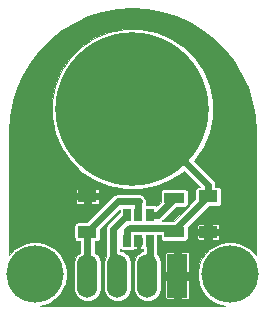
<source format=gtl>
G04 #@! TF.GenerationSoftware,KiCad,Pcbnew,5.0.2-bee76a0~70~ubuntu18.04.1*
G04 #@! TF.CreationDate,2019-03-09T17:32:09+01:00*
G04 #@! TF.ProjectId,touchsense6,746f7563-6873-4656-9e73-65362e6b6963,0_1*
G04 #@! TF.SameCoordinates,Original*
G04 #@! TF.FileFunction,Copper,L1,Top*
G04 #@! TF.FilePolarity,Positive*
%FSLAX46Y46*%
G04 Gerber Fmt 4.6, Leading zero omitted, Abs format (unit mm)*
G04 Created by KiCad (PCBNEW 5.0.2-bee76a0~70~ubuntu18.04.1) date 2019-03-09T17:32:09 CET*
%MOMM*%
%LPD*%
G01*
G04 APERTURE LIST*
G04 #@! TA.AperFunction,ComponentPad*
%ADD10C,4.850000*%
G04 #@! TD*
G04 #@! TA.AperFunction,SMDPad,CuDef*
%ADD11R,1.600000X1.000000*%
G04 #@! TD*
G04 #@! TA.AperFunction,SMDPad,CuDef*
%ADD12R,1.700000X0.900000*%
G04 #@! TD*
G04 #@! TA.AperFunction,SMDPad,CuDef*
%ADD13R,0.650000X1.060000*%
G04 #@! TD*
G04 #@! TA.AperFunction,ComponentPad*
%ADD14R,1.727200X3.700000*%
G04 #@! TD*
G04 #@! TA.AperFunction,ComponentPad*
%ADD15O,1.727200X3.700000*%
G04 #@! TD*
G04 #@! TA.AperFunction,ComponentPad*
%ADD16C,13.000000*%
G04 #@! TD*
G04 #@! TA.AperFunction,Conductor*
%ADD17C,0.600000*%
G04 #@! TD*
G04 #@! TA.AperFunction,Conductor*
%ADD18C,0.100000*%
G04 #@! TD*
G04 APERTURE END LIST*
D10*
G04 #@! TO.P,S1,1*
G04 #@! TO.N,N/C*
X29845000Y-43180000D03*
G04 #@! TD*
D11*
G04 #@! TO.P,C1,1*
G04 #@! TO.N,Net-(C1-Pad1)*
X44513500Y-36600000D03*
G04 #@! TO.P,C1,2*
G04 #@! TO.N,GND*
X44513500Y-39600000D03*
G04 #@! TD*
G04 #@! TO.P,C2,1*
G04 #@! TO.N,VCC*
X34290000Y-39600000D03*
G04 #@! TO.P,C2,2*
G04 #@! TO.N,GND*
X34290000Y-36600000D03*
G04 #@! TD*
D12*
G04 #@! TO.P,R1,1*
G04 #@! TO.N,Net-(C1-Pad1)*
X41656000Y-39613500D03*
G04 #@! TO.P,R1,2*
G04 #@! TO.N,Net-(R1-Pad2)*
X41656000Y-36713500D03*
G04 #@! TD*
D13*
G04 #@! TO.P,U1,1*
G04 #@! TO.N,Net-(C1-Pad1)*
X37658000Y-40343000D03*
G04 #@! TO.P,U1,2*
G04 #@! TO.N,GND*
X38608000Y-40343000D03*
G04 #@! TO.P,U1,3*
G04 #@! TO.N,Net-(P1-Pad2)*
X39558000Y-40343000D03*
G04 #@! TO.P,U1,4*
G04 #@! TO.N,Net-(R1-Pad2)*
X39558000Y-38143000D03*
G04 #@! TO.P,U1,6*
G04 #@! TO.N,Net-(P1-Pad3)*
X37658000Y-38143000D03*
G04 #@! TO.P,U1,5*
G04 #@! TO.N,VCC*
X38608000Y-38143000D03*
G04 #@! TD*
D10*
G04 #@! TO.P,S1,1*
G04 #@! TO.N,N/C*
X46355000Y-43180000D03*
G04 #@! TD*
D14*
G04 #@! TO.P,P1,1*
G04 #@! TO.N,GND*
X41910000Y-43315000D03*
D15*
G04 #@! TO.P,P1,2*
G04 #@! TO.N,Net-(P1-Pad2)*
X39370000Y-43315000D03*
G04 #@! TO.P,P1,3*
G04 #@! TO.N,Net-(P1-Pad3)*
X36830000Y-43315000D03*
G04 #@! TO.P,P1,4*
G04 #@! TO.N,VCC*
X34290000Y-43315000D03*
G04 #@! TD*
D16*
G04 #@! TO.P,P2,1*
G04 #@! TO.N,Net-(C1-Pad1)*
X38100000Y-29210000D03*
G04 #@! TD*
D17*
G04 #@! TO.N,Net-(C1-Pad1)*
X44513500Y-36600000D02*
X44513500Y-35623500D01*
X44513500Y-35623500D02*
X38100000Y-29210000D01*
X41656000Y-39613500D02*
X41656000Y-39457500D01*
X41656000Y-39457500D02*
X44513500Y-36600000D01*
X41697780Y-39260780D02*
X41973500Y-39536500D01*
X37635000Y-39479598D02*
X37853818Y-39260780D01*
X37853818Y-39260780D02*
X41697780Y-39260780D01*
X37635000Y-40320000D02*
X37635000Y-39479598D01*
G04 #@! TO.N,VCC*
X34290000Y-43815000D02*
X34290000Y-39600000D01*
X38608000Y-37013000D02*
X38613080Y-37007920D01*
X38608000Y-38143000D02*
X38608000Y-37013000D01*
X36882080Y-37007920D02*
X34290000Y-39600000D01*
X38613080Y-37007920D02*
X36882080Y-37007920D01*
G04 #@! TO.N,Net-(P1-Pad2)*
X39560500Y-42799000D02*
X39558000Y-40343000D01*
G04 #@! TO.N,Net-(P1-Pad3)*
X37658000Y-38143000D02*
X36465000Y-39336000D01*
X36465000Y-43450000D02*
X36830000Y-43815000D01*
X36465000Y-39336000D02*
X36465000Y-43450000D01*
G04 #@! TO.N,Net-(R1-Pad2)*
X39558000Y-38143000D02*
X40290000Y-38143000D01*
X40290000Y-38143000D02*
X41656000Y-36713500D01*
G04 #@! TD*
D18*
G04 #@! TO.N,GND*
G36*
X39354756Y-20746280D02*
X40591330Y-20972119D01*
X41791824Y-21344883D01*
X42938832Y-21859166D01*
X44015749Y-22507523D01*
X45006985Y-23280569D01*
X45898160Y-24167090D01*
X46676381Y-25154258D01*
X47330371Y-26227773D01*
X47850655Y-27372076D01*
X48229697Y-28570596D01*
X48462007Y-29805971D01*
X48544882Y-31070396D01*
X48545001Y-31115862D01*
X48555549Y-41568483D01*
X48471646Y-41442914D01*
X48092086Y-41063354D01*
X47645771Y-40765136D01*
X47149853Y-40559720D01*
X46623389Y-40455000D01*
X46086611Y-40455000D01*
X45560147Y-40559720D01*
X45064229Y-40765136D01*
X44617914Y-41063354D01*
X44238354Y-41442914D01*
X43940136Y-41889229D01*
X43734720Y-42385147D01*
X43630000Y-42911611D01*
X43630000Y-43448389D01*
X43734720Y-43974853D01*
X43940136Y-44470771D01*
X44238354Y-44917086D01*
X44617914Y-45296646D01*
X45064229Y-45594864D01*
X45560147Y-45800280D01*
X45910654Y-45870000D01*
X30289346Y-45870000D01*
X30639853Y-45800280D01*
X31135771Y-45594864D01*
X31582086Y-45296646D01*
X31961646Y-44917086D01*
X32259864Y-44470771D01*
X32465280Y-43974853D01*
X32570000Y-43448389D01*
X32570000Y-42911611D01*
X32465280Y-42385147D01*
X32259864Y-41889229D01*
X31961646Y-41442914D01*
X31582086Y-41063354D01*
X31135771Y-40765136D01*
X30639853Y-40559720D01*
X30113389Y-40455000D01*
X29576611Y-40455000D01*
X29050147Y-40559720D01*
X28554229Y-40765136D01*
X28107914Y-41063354D01*
X27728354Y-41442914D01*
X27647972Y-41563214D01*
X27651116Y-36888500D01*
X33336000Y-36888500D01*
X33336000Y-37115168D01*
X33341918Y-37144920D01*
X33353527Y-37172947D01*
X33370381Y-37198170D01*
X33391831Y-37219620D01*
X33417054Y-37236473D01*
X33445080Y-37248082D01*
X33474833Y-37254000D01*
X33931500Y-37254000D01*
X33970000Y-37215500D01*
X33970000Y-36850000D01*
X34610000Y-36850000D01*
X34610000Y-37215500D01*
X34648500Y-37254000D01*
X35105167Y-37254000D01*
X35134920Y-37248082D01*
X35162946Y-37236473D01*
X35188169Y-37219620D01*
X35209619Y-37198170D01*
X35226473Y-37172947D01*
X35238082Y-37144920D01*
X35244000Y-37115168D01*
X35244000Y-36888500D01*
X35205500Y-36850000D01*
X34610000Y-36850000D01*
X33970000Y-36850000D01*
X33374500Y-36850000D01*
X33336000Y-36888500D01*
X27651116Y-36888500D01*
X27651656Y-36084832D01*
X33336000Y-36084832D01*
X33336000Y-36311500D01*
X33374500Y-36350000D01*
X33970000Y-36350000D01*
X33970000Y-35984500D01*
X34610000Y-35984500D01*
X34610000Y-36350000D01*
X35205500Y-36350000D01*
X35244000Y-36311500D01*
X35244000Y-36084832D01*
X35238082Y-36055080D01*
X35226473Y-36027053D01*
X35209619Y-36001830D01*
X35188169Y-35980380D01*
X35162946Y-35963527D01*
X35134920Y-35951918D01*
X35105167Y-35946000D01*
X34648500Y-35946000D01*
X34610000Y-35984500D01*
X33970000Y-35984500D01*
X33931500Y-35946000D01*
X33474833Y-35946000D01*
X33445080Y-35951918D01*
X33417054Y-35963527D01*
X33391831Y-35980380D01*
X33370381Y-36001830D01*
X33353527Y-36027053D01*
X33341918Y-36055080D01*
X33336000Y-36084832D01*
X27651656Y-36084832D01*
X27654992Y-31125671D01*
X27731280Y-29860244D01*
X27957119Y-28623670D01*
X27983019Y-28540258D01*
X31300000Y-28540258D01*
X31300000Y-29879742D01*
X31561320Y-31193487D01*
X32073918Y-32431008D01*
X32818095Y-33544747D01*
X33765253Y-34491905D01*
X34878992Y-35236082D01*
X36116513Y-35748680D01*
X37430258Y-36010000D01*
X38769742Y-36010000D01*
X40083487Y-35748680D01*
X41321008Y-35236082D01*
X42434747Y-34491905D01*
X42484062Y-34442590D01*
X43840021Y-35798549D01*
X43713500Y-35798549D01*
X43654690Y-35804341D01*
X43598140Y-35821496D01*
X43546023Y-35849353D01*
X43500342Y-35886842D01*
X43462853Y-35932523D01*
X43434996Y-35984640D01*
X43417841Y-36041190D01*
X43412049Y-36100000D01*
X43412049Y-36852923D01*
X41604193Y-38660780D01*
X40594115Y-38660780D01*
X40624955Y-38644296D01*
X40630273Y-38639932D01*
X40636252Y-38636559D01*
X40675866Y-38602514D01*
X40716317Y-38569317D01*
X40739444Y-38541137D01*
X41767825Y-37464951D01*
X42506000Y-37464951D01*
X42564810Y-37459159D01*
X42621360Y-37442004D01*
X42673477Y-37414147D01*
X42719158Y-37376658D01*
X42756647Y-37330977D01*
X42784504Y-37278860D01*
X42801659Y-37222310D01*
X42807451Y-37163500D01*
X42807451Y-36263500D01*
X42801659Y-36204690D01*
X42784504Y-36148140D01*
X42756647Y-36096023D01*
X42719158Y-36050342D01*
X42673477Y-36012853D01*
X42621360Y-35984996D01*
X42564810Y-35967841D01*
X42506000Y-35962049D01*
X40806000Y-35962049D01*
X40747190Y-35967841D01*
X40690640Y-35984996D01*
X40638523Y-36012853D01*
X40592842Y-36050342D01*
X40555353Y-36096023D01*
X40527496Y-36148140D01*
X40510341Y-36204690D01*
X40504549Y-36263500D01*
X40504549Y-37050004D01*
X40130391Y-37441556D01*
X40096158Y-37399842D01*
X40050477Y-37362353D01*
X39998360Y-37334496D01*
X39941810Y-37317341D01*
X39883000Y-37311549D01*
X39233000Y-37311549D01*
X39208000Y-37314011D01*
X39208000Y-37088970D01*
X39215983Y-37007920D01*
X39204398Y-36890299D01*
X39170090Y-36777199D01*
X39114376Y-36672965D01*
X39039397Y-36581603D01*
X38948035Y-36506624D01*
X38843801Y-36450910D01*
X38730701Y-36416602D01*
X38642554Y-36407920D01*
X38642553Y-36407920D01*
X38613079Y-36405017D01*
X38583606Y-36407920D01*
X36911554Y-36407920D01*
X36882080Y-36405017D01*
X36852606Y-36407920D01*
X36764459Y-36416602D01*
X36651359Y-36450910D01*
X36547125Y-36506624D01*
X36455763Y-36581603D01*
X36436971Y-36604501D01*
X34242924Y-38798549D01*
X33490000Y-38798549D01*
X33431190Y-38804341D01*
X33374640Y-38821496D01*
X33322523Y-38849353D01*
X33276842Y-38886842D01*
X33239353Y-38932523D01*
X33211496Y-38984640D01*
X33194341Y-39041190D01*
X33188549Y-39100000D01*
X33188549Y-40100000D01*
X33194341Y-40158810D01*
X33211496Y-40215360D01*
X33239353Y-40267477D01*
X33276842Y-40313158D01*
X33322523Y-40350647D01*
X33374640Y-40378504D01*
X33431190Y-40395659D01*
X33490000Y-40401451D01*
X33690001Y-40401451D01*
X33690001Y-41329915D01*
X33640412Y-41356421D01*
X33463231Y-41501830D01*
X33317822Y-41679011D01*
X33209773Y-41881155D01*
X33143237Y-42100495D01*
X33126401Y-42271437D01*
X33126400Y-44358562D01*
X33143236Y-44529504D01*
X33209772Y-44748844D01*
X33317821Y-44950988D01*
X33463230Y-45128170D01*
X33640411Y-45273579D01*
X33842555Y-45381628D01*
X34061895Y-45448164D01*
X34290000Y-45470630D01*
X34518104Y-45448164D01*
X34737444Y-45381628D01*
X34939588Y-45273579D01*
X35116770Y-45128170D01*
X35262179Y-44950989D01*
X35370228Y-44748845D01*
X35436764Y-44529505D01*
X35453600Y-44358563D01*
X35453600Y-42271437D01*
X35436764Y-42100495D01*
X35370228Y-41881155D01*
X35262179Y-41679011D01*
X35116770Y-41501830D01*
X34939589Y-41356421D01*
X34890000Y-41329915D01*
X34890000Y-40401451D01*
X35090000Y-40401451D01*
X35148810Y-40395659D01*
X35205360Y-40378504D01*
X35257477Y-40350647D01*
X35303158Y-40313158D01*
X35340647Y-40267477D01*
X35368504Y-40215360D01*
X35385659Y-40158810D01*
X35391451Y-40100000D01*
X35391451Y-39347076D01*
X37031549Y-37706979D01*
X37031549Y-37920923D01*
X36061586Y-38890887D01*
X36038683Y-38909683D01*
X35963704Y-39001046D01*
X35907990Y-39105280D01*
X35873682Y-39218379D01*
X35873682Y-39218380D01*
X35862097Y-39336000D01*
X35865000Y-39365474D01*
X35865001Y-41670264D01*
X35857822Y-41679011D01*
X35749773Y-41881155D01*
X35683237Y-42100495D01*
X35666401Y-42271437D01*
X35666400Y-44358562D01*
X35683236Y-44529504D01*
X35749772Y-44748844D01*
X35857821Y-44950988D01*
X36003230Y-45128170D01*
X36180411Y-45273579D01*
X36382555Y-45381628D01*
X36601895Y-45448164D01*
X36830000Y-45470630D01*
X37058104Y-45448164D01*
X37277444Y-45381628D01*
X37479588Y-45273579D01*
X37656770Y-45128170D01*
X37802179Y-44950989D01*
X37910228Y-44748845D01*
X37976764Y-44529505D01*
X37993600Y-44358563D01*
X37993600Y-42271437D01*
X37976764Y-42100495D01*
X37910228Y-41881155D01*
X37802179Y-41679011D01*
X37656770Y-41501830D01*
X37479589Y-41356421D01*
X37277445Y-41248372D01*
X37065000Y-41183928D01*
X37065000Y-41008012D01*
X37082353Y-41040477D01*
X37119842Y-41086158D01*
X37165523Y-41123647D01*
X37217640Y-41151504D01*
X37274190Y-41168659D01*
X37333000Y-41174451D01*
X37983000Y-41174451D01*
X38041810Y-41168659D01*
X38098360Y-41151504D01*
X38150477Y-41123647D01*
X38196158Y-41086158D01*
X38233647Y-41040477D01*
X38243444Y-41022149D01*
X38267833Y-41027000D01*
X38407000Y-41027000D01*
X38445500Y-40988500D01*
X38445500Y-40608000D01*
X38284451Y-40608000D01*
X38284451Y-40078000D01*
X38445500Y-40078000D01*
X38445500Y-40003000D01*
X38770500Y-40003000D01*
X38770500Y-40078000D01*
X38931549Y-40078000D01*
X38931549Y-40608000D01*
X38770500Y-40608000D01*
X38770500Y-40988500D01*
X38809000Y-41027000D01*
X38948167Y-41027000D01*
X38958695Y-41024906D01*
X38958911Y-41237344D01*
X38922556Y-41248372D01*
X38720412Y-41356421D01*
X38543231Y-41501830D01*
X38397822Y-41679011D01*
X38289773Y-41881155D01*
X38223237Y-42100495D01*
X38206401Y-42271437D01*
X38206400Y-44358562D01*
X38223236Y-44529504D01*
X38289772Y-44748844D01*
X38397821Y-44950988D01*
X38543230Y-45128170D01*
X38720411Y-45273579D01*
X38922555Y-45381628D01*
X39141895Y-45448164D01*
X39370000Y-45470630D01*
X39598104Y-45448164D01*
X39817444Y-45381628D01*
X40019588Y-45273579D01*
X40196770Y-45128170D01*
X40342179Y-44950989D01*
X40450228Y-44748845D01*
X40516764Y-44529505D01*
X40533600Y-44358563D01*
X40533600Y-43673500D01*
X40892400Y-43673500D01*
X40892400Y-45180168D01*
X40898318Y-45209920D01*
X40909927Y-45237947D01*
X40926781Y-45263170D01*
X40948231Y-45284620D01*
X40973454Y-45301473D01*
X41001480Y-45313082D01*
X41031233Y-45319000D01*
X41551500Y-45319000D01*
X41590000Y-45280500D01*
X41590000Y-43635000D01*
X42230000Y-43635000D01*
X42230000Y-45280500D01*
X42268500Y-45319000D01*
X42788767Y-45319000D01*
X42818520Y-45313082D01*
X42846546Y-45301473D01*
X42871769Y-45284620D01*
X42893219Y-45263170D01*
X42910073Y-45237947D01*
X42921682Y-45209920D01*
X42927600Y-45180168D01*
X42927600Y-43673500D01*
X42889100Y-43635000D01*
X42230000Y-43635000D01*
X41590000Y-43635000D01*
X40930900Y-43635000D01*
X40892400Y-43673500D01*
X40533600Y-43673500D01*
X40533600Y-42271437D01*
X40516764Y-42100495D01*
X40450228Y-41881155D01*
X40342179Y-41679011D01*
X40196770Y-41501830D01*
X40159148Y-41470954D01*
X40159127Y-41449832D01*
X40892400Y-41449832D01*
X40892400Y-42956500D01*
X40930900Y-42995000D01*
X41590000Y-42995000D01*
X41590000Y-41349500D01*
X42230000Y-41349500D01*
X42230000Y-42995000D01*
X42889100Y-42995000D01*
X42927600Y-42956500D01*
X42927600Y-41449832D01*
X42921682Y-41420080D01*
X42910073Y-41392053D01*
X42893219Y-41366830D01*
X42871769Y-41345380D01*
X42846546Y-41328527D01*
X42818520Y-41316918D01*
X42788767Y-41311000D01*
X42268500Y-41311000D01*
X42230000Y-41349500D01*
X41590000Y-41349500D01*
X41551500Y-41311000D01*
X41031233Y-41311000D01*
X41001480Y-41316918D01*
X40973454Y-41328527D01*
X40948231Y-41345380D01*
X40926781Y-41366830D01*
X40909927Y-41392053D01*
X40898318Y-41420080D01*
X40892400Y-41449832D01*
X40159127Y-41449832D01*
X40158662Y-40993677D01*
X40161504Y-40988360D01*
X40178659Y-40931810D01*
X40184451Y-40873000D01*
X40184451Y-39860780D01*
X40504549Y-39860780D01*
X40504549Y-40063500D01*
X40510341Y-40122310D01*
X40527496Y-40178860D01*
X40555353Y-40230977D01*
X40592842Y-40276658D01*
X40638523Y-40314147D01*
X40690640Y-40342004D01*
X40747190Y-40359159D01*
X40806000Y-40364951D01*
X42506000Y-40364951D01*
X42564810Y-40359159D01*
X42621360Y-40342004D01*
X42673477Y-40314147D01*
X42719158Y-40276658D01*
X42756647Y-40230977D01*
X42784504Y-40178860D01*
X42801659Y-40122310D01*
X42807451Y-40063500D01*
X42807451Y-39888500D01*
X43559500Y-39888500D01*
X43559500Y-40115168D01*
X43565418Y-40144920D01*
X43577027Y-40172947D01*
X43593881Y-40198170D01*
X43615331Y-40219620D01*
X43640554Y-40236473D01*
X43668580Y-40248082D01*
X43698333Y-40254000D01*
X44155000Y-40254000D01*
X44193500Y-40215500D01*
X44193500Y-39850000D01*
X44833500Y-39850000D01*
X44833500Y-40215500D01*
X44872000Y-40254000D01*
X45328667Y-40254000D01*
X45358420Y-40248082D01*
X45386446Y-40236473D01*
X45411669Y-40219620D01*
X45433119Y-40198170D01*
X45449973Y-40172947D01*
X45461582Y-40144920D01*
X45467500Y-40115168D01*
X45467500Y-39888500D01*
X45429000Y-39850000D01*
X44833500Y-39850000D01*
X44193500Y-39850000D01*
X43598000Y-39850000D01*
X43559500Y-39888500D01*
X42807451Y-39888500D01*
X42807451Y-39163500D01*
X42806651Y-39155376D01*
X42877195Y-39084832D01*
X43559500Y-39084832D01*
X43559500Y-39311500D01*
X43598000Y-39350000D01*
X44193500Y-39350000D01*
X44193500Y-38984500D01*
X44833500Y-38984500D01*
X44833500Y-39350000D01*
X45429000Y-39350000D01*
X45467500Y-39311500D01*
X45467500Y-39084832D01*
X45461582Y-39055080D01*
X45449973Y-39027053D01*
X45433119Y-39001830D01*
X45411669Y-38980380D01*
X45386446Y-38963527D01*
X45358420Y-38951918D01*
X45328667Y-38946000D01*
X44872000Y-38946000D01*
X44833500Y-38984500D01*
X44193500Y-38984500D01*
X44155000Y-38946000D01*
X43698333Y-38946000D01*
X43668580Y-38951918D01*
X43640554Y-38963527D01*
X43615331Y-38980380D01*
X43593881Y-39001830D01*
X43577027Y-39027053D01*
X43565418Y-39055080D01*
X43559500Y-39084832D01*
X42877195Y-39084832D01*
X44560577Y-37401451D01*
X45313500Y-37401451D01*
X45372310Y-37395659D01*
X45428860Y-37378504D01*
X45480977Y-37350647D01*
X45526658Y-37313158D01*
X45564147Y-37267477D01*
X45592004Y-37215360D01*
X45609159Y-37158810D01*
X45614951Y-37100000D01*
X45614951Y-36100000D01*
X45609159Y-36041190D01*
X45592004Y-35984640D01*
X45564147Y-35932523D01*
X45526658Y-35886842D01*
X45480977Y-35849353D01*
X45428860Y-35821496D01*
X45372310Y-35804341D01*
X45313500Y-35798549D01*
X45113500Y-35798549D01*
X45113500Y-35652974D01*
X45116403Y-35623500D01*
X45104818Y-35505879D01*
X45070510Y-35392779D01*
X45014796Y-35288545D01*
X44939817Y-35197183D01*
X44916919Y-35178391D01*
X43332590Y-33594062D01*
X43381905Y-33544747D01*
X44126082Y-32431008D01*
X44638680Y-31193487D01*
X44900000Y-29879742D01*
X44900000Y-28540258D01*
X44638680Y-27226513D01*
X44126082Y-25988992D01*
X43381905Y-24875253D01*
X42434747Y-23928095D01*
X41321008Y-23183918D01*
X40083487Y-22671320D01*
X38769742Y-22410000D01*
X37430258Y-22410000D01*
X36116513Y-22671320D01*
X34878992Y-23183918D01*
X33765253Y-23928095D01*
X32818095Y-24875253D01*
X32073918Y-25988992D01*
X31561320Y-27226513D01*
X31300000Y-28540258D01*
X27983019Y-28540258D01*
X28329883Y-27423176D01*
X28844166Y-26276168D01*
X29492523Y-25199251D01*
X30265569Y-24208015D01*
X31152090Y-23316840D01*
X32139258Y-22538619D01*
X33212773Y-21884629D01*
X34357076Y-21364345D01*
X35555596Y-20985303D01*
X36790971Y-20752993D01*
X38055396Y-20670118D01*
X38089916Y-20670028D01*
X39354756Y-20746280D01*
X39354756Y-20746280D01*
G37*
X39354756Y-20746280D02*
X40591330Y-20972119D01*
X41791824Y-21344883D01*
X42938832Y-21859166D01*
X44015749Y-22507523D01*
X45006985Y-23280569D01*
X45898160Y-24167090D01*
X46676381Y-25154258D01*
X47330371Y-26227773D01*
X47850655Y-27372076D01*
X48229697Y-28570596D01*
X48462007Y-29805971D01*
X48544882Y-31070396D01*
X48545001Y-31115862D01*
X48555549Y-41568483D01*
X48471646Y-41442914D01*
X48092086Y-41063354D01*
X47645771Y-40765136D01*
X47149853Y-40559720D01*
X46623389Y-40455000D01*
X46086611Y-40455000D01*
X45560147Y-40559720D01*
X45064229Y-40765136D01*
X44617914Y-41063354D01*
X44238354Y-41442914D01*
X43940136Y-41889229D01*
X43734720Y-42385147D01*
X43630000Y-42911611D01*
X43630000Y-43448389D01*
X43734720Y-43974853D01*
X43940136Y-44470771D01*
X44238354Y-44917086D01*
X44617914Y-45296646D01*
X45064229Y-45594864D01*
X45560147Y-45800280D01*
X45910654Y-45870000D01*
X30289346Y-45870000D01*
X30639853Y-45800280D01*
X31135771Y-45594864D01*
X31582086Y-45296646D01*
X31961646Y-44917086D01*
X32259864Y-44470771D01*
X32465280Y-43974853D01*
X32570000Y-43448389D01*
X32570000Y-42911611D01*
X32465280Y-42385147D01*
X32259864Y-41889229D01*
X31961646Y-41442914D01*
X31582086Y-41063354D01*
X31135771Y-40765136D01*
X30639853Y-40559720D01*
X30113389Y-40455000D01*
X29576611Y-40455000D01*
X29050147Y-40559720D01*
X28554229Y-40765136D01*
X28107914Y-41063354D01*
X27728354Y-41442914D01*
X27647972Y-41563214D01*
X27651116Y-36888500D01*
X33336000Y-36888500D01*
X33336000Y-37115168D01*
X33341918Y-37144920D01*
X33353527Y-37172947D01*
X33370381Y-37198170D01*
X33391831Y-37219620D01*
X33417054Y-37236473D01*
X33445080Y-37248082D01*
X33474833Y-37254000D01*
X33931500Y-37254000D01*
X33970000Y-37215500D01*
X33970000Y-36850000D01*
X34610000Y-36850000D01*
X34610000Y-37215500D01*
X34648500Y-37254000D01*
X35105167Y-37254000D01*
X35134920Y-37248082D01*
X35162946Y-37236473D01*
X35188169Y-37219620D01*
X35209619Y-37198170D01*
X35226473Y-37172947D01*
X35238082Y-37144920D01*
X35244000Y-37115168D01*
X35244000Y-36888500D01*
X35205500Y-36850000D01*
X34610000Y-36850000D01*
X33970000Y-36850000D01*
X33374500Y-36850000D01*
X33336000Y-36888500D01*
X27651116Y-36888500D01*
X27651656Y-36084832D01*
X33336000Y-36084832D01*
X33336000Y-36311500D01*
X33374500Y-36350000D01*
X33970000Y-36350000D01*
X33970000Y-35984500D01*
X34610000Y-35984500D01*
X34610000Y-36350000D01*
X35205500Y-36350000D01*
X35244000Y-36311500D01*
X35244000Y-36084832D01*
X35238082Y-36055080D01*
X35226473Y-36027053D01*
X35209619Y-36001830D01*
X35188169Y-35980380D01*
X35162946Y-35963527D01*
X35134920Y-35951918D01*
X35105167Y-35946000D01*
X34648500Y-35946000D01*
X34610000Y-35984500D01*
X33970000Y-35984500D01*
X33931500Y-35946000D01*
X33474833Y-35946000D01*
X33445080Y-35951918D01*
X33417054Y-35963527D01*
X33391831Y-35980380D01*
X33370381Y-36001830D01*
X33353527Y-36027053D01*
X33341918Y-36055080D01*
X33336000Y-36084832D01*
X27651656Y-36084832D01*
X27654992Y-31125671D01*
X27731280Y-29860244D01*
X27957119Y-28623670D01*
X27983019Y-28540258D01*
X31300000Y-28540258D01*
X31300000Y-29879742D01*
X31561320Y-31193487D01*
X32073918Y-32431008D01*
X32818095Y-33544747D01*
X33765253Y-34491905D01*
X34878992Y-35236082D01*
X36116513Y-35748680D01*
X37430258Y-36010000D01*
X38769742Y-36010000D01*
X40083487Y-35748680D01*
X41321008Y-35236082D01*
X42434747Y-34491905D01*
X42484062Y-34442590D01*
X43840021Y-35798549D01*
X43713500Y-35798549D01*
X43654690Y-35804341D01*
X43598140Y-35821496D01*
X43546023Y-35849353D01*
X43500342Y-35886842D01*
X43462853Y-35932523D01*
X43434996Y-35984640D01*
X43417841Y-36041190D01*
X43412049Y-36100000D01*
X43412049Y-36852923D01*
X41604193Y-38660780D01*
X40594115Y-38660780D01*
X40624955Y-38644296D01*
X40630273Y-38639932D01*
X40636252Y-38636559D01*
X40675866Y-38602514D01*
X40716317Y-38569317D01*
X40739444Y-38541137D01*
X41767825Y-37464951D01*
X42506000Y-37464951D01*
X42564810Y-37459159D01*
X42621360Y-37442004D01*
X42673477Y-37414147D01*
X42719158Y-37376658D01*
X42756647Y-37330977D01*
X42784504Y-37278860D01*
X42801659Y-37222310D01*
X42807451Y-37163500D01*
X42807451Y-36263500D01*
X42801659Y-36204690D01*
X42784504Y-36148140D01*
X42756647Y-36096023D01*
X42719158Y-36050342D01*
X42673477Y-36012853D01*
X42621360Y-35984996D01*
X42564810Y-35967841D01*
X42506000Y-35962049D01*
X40806000Y-35962049D01*
X40747190Y-35967841D01*
X40690640Y-35984996D01*
X40638523Y-36012853D01*
X40592842Y-36050342D01*
X40555353Y-36096023D01*
X40527496Y-36148140D01*
X40510341Y-36204690D01*
X40504549Y-36263500D01*
X40504549Y-37050004D01*
X40130391Y-37441556D01*
X40096158Y-37399842D01*
X40050477Y-37362353D01*
X39998360Y-37334496D01*
X39941810Y-37317341D01*
X39883000Y-37311549D01*
X39233000Y-37311549D01*
X39208000Y-37314011D01*
X39208000Y-37088970D01*
X39215983Y-37007920D01*
X39204398Y-36890299D01*
X39170090Y-36777199D01*
X39114376Y-36672965D01*
X39039397Y-36581603D01*
X38948035Y-36506624D01*
X38843801Y-36450910D01*
X38730701Y-36416602D01*
X38642554Y-36407920D01*
X38642553Y-36407920D01*
X38613079Y-36405017D01*
X38583606Y-36407920D01*
X36911554Y-36407920D01*
X36882080Y-36405017D01*
X36852606Y-36407920D01*
X36764459Y-36416602D01*
X36651359Y-36450910D01*
X36547125Y-36506624D01*
X36455763Y-36581603D01*
X36436971Y-36604501D01*
X34242924Y-38798549D01*
X33490000Y-38798549D01*
X33431190Y-38804341D01*
X33374640Y-38821496D01*
X33322523Y-38849353D01*
X33276842Y-38886842D01*
X33239353Y-38932523D01*
X33211496Y-38984640D01*
X33194341Y-39041190D01*
X33188549Y-39100000D01*
X33188549Y-40100000D01*
X33194341Y-40158810D01*
X33211496Y-40215360D01*
X33239353Y-40267477D01*
X33276842Y-40313158D01*
X33322523Y-40350647D01*
X33374640Y-40378504D01*
X33431190Y-40395659D01*
X33490000Y-40401451D01*
X33690001Y-40401451D01*
X33690001Y-41329915D01*
X33640412Y-41356421D01*
X33463231Y-41501830D01*
X33317822Y-41679011D01*
X33209773Y-41881155D01*
X33143237Y-42100495D01*
X33126401Y-42271437D01*
X33126400Y-44358562D01*
X33143236Y-44529504D01*
X33209772Y-44748844D01*
X33317821Y-44950988D01*
X33463230Y-45128170D01*
X33640411Y-45273579D01*
X33842555Y-45381628D01*
X34061895Y-45448164D01*
X34290000Y-45470630D01*
X34518104Y-45448164D01*
X34737444Y-45381628D01*
X34939588Y-45273579D01*
X35116770Y-45128170D01*
X35262179Y-44950989D01*
X35370228Y-44748845D01*
X35436764Y-44529505D01*
X35453600Y-44358563D01*
X35453600Y-42271437D01*
X35436764Y-42100495D01*
X35370228Y-41881155D01*
X35262179Y-41679011D01*
X35116770Y-41501830D01*
X34939589Y-41356421D01*
X34890000Y-41329915D01*
X34890000Y-40401451D01*
X35090000Y-40401451D01*
X35148810Y-40395659D01*
X35205360Y-40378504D01*
X35257477Y-40350647D01*
X35303158Y-40313158D01*
X35340647Y-40267477D01*
X35368504Y-40215360D01*
X35385659Y-40158810D01*
X35391451Y-40100000D01*
X35391451Y-39347076D01*
X37031549Y-37706979D01*
X37031549Y-37920923D01*
X36061586Y-38890887D01*
X36038683Y-38909683D01*
X35963704Y-39001046D01*
X35907990Y-39105280D01*
X35873682Y-39218379D01*
X35873682Y-39218380D01*
X35862097Y-39336000D01*
X35865000Y-39365474D01*
X35865001Y-41670264D01*
X35857822Y-41679011D01*
X35749773Y-41881155D01*
X35683237Y-42100495D01*
X35666401Y-42271437D01*
X35666400Y-44358562D01*
X35683236Y-44529504D01*
X35749772Y-44748844D01*
X35857821Y-44950988D01*
X36003230Y-45128170D01*
X36180411Y-45273579D01*
X36382555Y-45381628D01*
X36601895Y-45448164D01*
X36830000Y-45470630D01*
X37058104Y-45448164D01*
X37277444Y-45381628D01*
X37479588Y-45273579D01*
X37656770Y-45128170D01*
X37802179Y-44950989D01*
X37910228Y-44748845D01*
X37976764Y-44529505D01*
X37993600Y-44358563D01*
X37993600Y-42271437D01*
X37976764Y-42100495D01*
X37910228Y-41881155D01*
X37802179Y-41679011D01*
X37656770Y-41501830D01*
X37479589Y-41356421D01*
X37277445Y-41248372D01*
X37065000Y-41183928D01*
X37065000Y-41008012D01*
X37082353Y-41040477D01*
X37119842Y-41086158D01*
X37165523Y-41123647D01*
X37217640Y-41151504D01*
X37274190Y-41168659D01*
X37333000Y-41174451D01*
X37983000Y-41174451D01*
X38041810Y-41168659D01*
X38098360Y-41151504D01*
X38150477Y-41123647D01*
X38196158Y-41086158D01*
X38233647Y-41040477D01*
X38243444Y-41022149D01*
X38267833Y-41027000D01*
X38407000Y-41027000D01*
X38445500Y-40988500D01*
X38445500Y-40608000D01*
X38284451Y-40608000D01*
X38284451Y-40078000D01*
X38445500Y-40078000D01*
X38445500Y-40003000D01*
X38770500Y-40003000D01*
X38770500Y-40078000D01*
X38931549Y-40078000D01*
X38931549Y-40608000D01*
X38770500Y-40608000D01*
X38770500Y-40988500D01*
X38809000Y-41027000D01*
X38948167Y-41027000D01*
X38958695Y-41024906D01*
X38958911Y-41237344D01*
X38922556Y-41248372D01*
X38720412Y-41356421D01*
X38543231Y-41501830D01*
X38397822Y-41679011D01*
X38289773Y-41881155D01*
X38223237Y-42100495D01*
X38206401Y-42271437D01*
X38206400Y-44358562D01*
X38223236Y-44529504D01*
X38289772Y-44748844D01*
X38397821Y-44950988D01*
X38543230Y-45128170D01*
X38720411Y-45273579D01*
X38922555Y-45381628D01*
X39141895Y-45448164D01*
X39370000Y-45470630D01*
X39598104Y-45448164D01*
X39817444Y-45381628D01*
X40019588Y-45273579D01*
X40196770Y-45128170D01*
X40342179Y-44950989D01*
X40450228Y-44748845D01*
X40516764Y-44529505D01*
X40533600Y-44358563D01*
X40533600Y-43673500D01*
X40892400Y-43673500D01*
X40892400Y-45180168D01*
X40898318Y-45209920D01*
X40909927Y-45237947D01*
X40926781Y-45263170D01*
X40948231Y-45284620D01*
X40973454Y-45301473D01*
X41001480Y-45313082D01*
X41031233Y-45319000D01*
X41551500Y-45319000D01*
X41590000Y-45280500D01*
X41590000Y-43635000D01*
X42230000Y-43635000D01*
X42230000Y-45280500D01*
X42268500Y-45319000D01*
X42788767Y-45319000D01*
X42818520Y-45313082D01*
X42846546Y-45301473D01*
X42871769Y-45284620D01*
X42893219Y-45263170D01*
X42910073Y-45237947D01*
X42921682Y-45209920D01*
X42927600Y-45180168D01*
X42927600Y-43673500D01*
X42889100Y-43635000D01*
X42230000Y-43635000D01*
X41590000Y-43635000D01*
X40930900Y-43635000D01*
X40892400Y-43673500D01*
X40533600Y-43673500D01*
X40533600Y-42271437D01*
X40516764Y-42100495D01*
X40450228Y-41881155D01*
X40342179Y-41679011D01*
X40196770Y-41501830D01*
X40159148Y-41470954D01*
X40159127Y-41449832D01*
X40892400Y-41449832D01*
X40892400Y-42956500D01*
X40930900Y-42995000D01*
X41590000Y-42995000D01*
X41590000Y-41349500D01*
X42230000Y-41349500D01*
X42230000Y-42995000D01*
X42889100Y-42995000D01*
X42927600Y-42956500D01*
X42927600Y-41449832D01*
X42921682Y-41420080D01*
X42910073Y-41392053D01*
X42893219Y-41366830D01*
X42871769Y-41345380D01*
X42846546Y-41328527D01*
X42818520Y-41316918D01*
X42788767Y-41311000D01*
X42268500Y-41311000D01*
X42230000Y-41349500D01*
X41590000Y-41349500D01*
X41551500Y-41311000D01*
X41031233Y-41311000D01*
X41001480Y-41316918D01*
X40973454Y-41328527D01*
X40948231Y-41345380D01*
X40926781Y-41366830D01*
X40909927Y-41392053D01*
X40898318Y-41420080D01*
X40892400Y-41449832D01*
X40159127Y-41449832D01*
X40158662Y-40993677D01*
X40161504Y-40988360D01*
X40178659Y-40931810D01*
X40184451Y-40873000D01*
X40184451Y-39860780D01*
X40504549Y-39860780D01*
X40504549Y-40063500D01*
X40510341Y-40122310D01*
X40527496Y-40178860D01*
X40555353Y-40230977D01*
X40592842Y-40276658D01*
X40638523Y-40314147D01*
X40690640Y-40342004D01*
X40747190Y-40359159D01*
X40806000Y-40364951D01*
X42506000Y-40364951D01*
X42564810Y-40359159D01*
X42621360Y-40342004D01*
X42673477Y-40314147D01*
X42719158Y-40276658D01*
X42756647Y-40230977D01*
X42784504Y-40178860D01*
X42801659Y-40122310D01*
X42807451Y-40063500D01*
X42807451Y-39888500D01*
X43559500Y-39888500D01*
X43559500Y-40115168D01*
X43565418Y-40144920D01*
X43577027Y-40172947D01*
X43593881Y-40198170D01*
X43615331Y-40219620D01*
X43640554Y-40236473D01*
X43668580Y-40248082D01*
X43698333Y-40254000D01*
X44155000Y-40254000D01*
X44193500Y-40215500D01*
X44193500Y-39850000D01*
X44833500Y-39850000D01*
X44833500Y-40215500D01*
X44872000Y-40254000D01*
X45328667Y-40254000D01*
X45358420Y-40248082D01*
X45386446Y-40236473D01*
X45411669Y-40219620D01*
X45433119Y-40198170D01*
X45449973Y-40172947D01*
X45461582Y-40144920D01*
X45467500Y-40115168D01*
X45467500Y-39888500D01*
X45429000Y-39850000D01*
X44833500Y-39850000D01*
X44193500Y-39850000D01*
X43598000Y-39850000D01*
X43559500Y-39888500D01*
X42807451Y-39888500D01*
X42807451Y-39163500D01*
X42806651Y-39155376D01*
X42877195Y-39084832D01*
X43559500Y-39084832D01*
X43559500Y-39311500D01*
X43598000Y-39350000D01*
X44193500Y-39350000D01*
X44193500Y-38984500D01*
X44833500Y-38984500D01*
X44833500Y-39350000D01*
X45429000Y-39350000D01*
X45467500Y-39311500D01*
X45467500Y-39084832D01*
X45461582Y-39055080D01*
X45449973Y-39027053D01*
X45433119Y-39001830D01*
X45411669Y-38980380D01*
X45386446Y-38963527D01*
X45358420Y-38951918D01*
X45328667Y-38946000D01*
X44872000Y-38946000D01*
X44833500Y-38984500D01*
X44193500Y-38984500D01*
X44155000Y-38946000D01*
X43698333Y-38946000D01*
X43668580Y-38951918D01*
X43640554Y-38963527D01*
X43615331Y-38980380D01*
X43593881Y-39001830D01*
X43577027Y-39027053D01*
X43565418Y-39055080D01*
X43559500Y-39084832D01*
X42877195Y-39084832D01*
X44560577Y-37401451D01*
X45313500Y-37401451D01*
X45372310Y-37395659D01*
X45428860Y-37378504D01*
X45480977Y-37350647D01*
X45526658Y-37313158D01*
X45564147Y-37267477D01*
X45592004Y-37215360D01*
X45609159Y-37158810D01*
X45614951Y-37100000D01*
X45614951Y-36100000D01*
X45609159Y-36041190D01*
X45592004Y-35984640D01*
X45564147Y-35932523D01*
X45526658Y-35886842D01*
X45480977Y-35849353D01*
X45428860Y-35821496D01*
X45372310Y-35804341D01*
X45313500Y-35798549D01*
X45113500Y-35798549D01*
X45113500Y-35652974D01*
X45116403Y-35623500D01*
X45104818Y-35505879D01*
X45070510Y-35392779D01*
X45014796Y-35288545D01*
X44939817Y-35197183D01*
X44916919Y-35178391D01*
X43332590Y-33594062D01*
X43381905Y-33544747D01*
X44126082Y-32431008D01*
X44638680Y-31193487D01*
X44900000Y-29879742D01*
X44900000Y-28540258D01*
X44638680Y-27226513D01*
X44126082Y-25988992D01*
X43381905Y-24875253D01*
X42434747Y-23928095D01*
X41321008Y-23183918D01*
X40083487Y-22671320D01*
X38769742Y-22410000D01*
X37430258Y-22410000D01*
X36116513Y-22671320D01*
X34878992Y-23183918D01*
X33765253Y-23928095D01*
X32818095Y-24875253D01*
X32073918Y-25988992D01*
X31561320Y-27226513D01*
X31300000Y-28540258D01*
X27983019Y-28540258D01*
X28329883Y-27423176D01*
X28844166Y-26276168D01*
X29492523Y-25199251D01*
X30265569Y-24208015D01*
X31152090Y-23316840D01*
X32139258Y-22538619D01*
X33212773Y-21884629D01*
X34357076Y-21364345D01*
X35555596Y-20985303D01*
X36790971Y-20752993D01*
X38055396Y-20670118D01*
X38089916Y-20670028D01*
X39354756Y-20746280D01*
G04 #@! TD*
M02*

</source>
